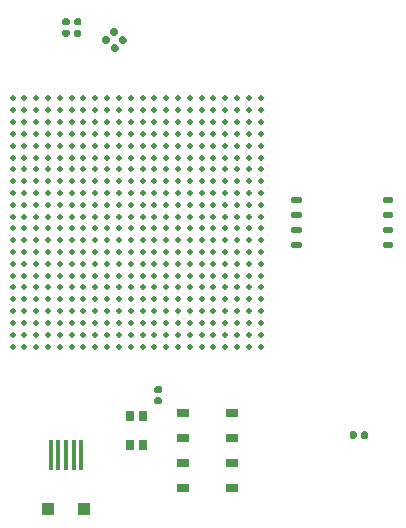
<source format=gbr>
G04 #@! TF.GenerationSoftware,KiCad,Pcbnew,5.1.6-c6e7f7d~87~ubuntu20.04.1*
G04 #@! TF.CreationDate,2020-09-05T21:21:54-07:00*
G04 #@! TF.ProjectId,artix7-pcie-v2,61727469-7837-42d7-9063-69652d76322e,rev?*
G04 #@! TF.SameCoordinates,PX69f4060PY6b00940*
G04 #@! TF.FileFunction,Paste,Top*
G04 #@! TF.FilePolarity,Positive*
%FSLAX46Y46*%
G04 Gerber Fmt 4.6, Leading zero omitted, Abs format (unit mm)*
G04 Created by KiCad (PCBNEW 5.1.6-c6e7f7d~87~ubuntu20.04.1) date 2020-09-05 21:21:54*
%MOMM*%
%LPD*%
G01*
G04 APERTURE LIST*
%ADD10R,1.050000X0.650000*%
%ADD11R,1.100000X1.100000*%
%ADD12R,0.400000X2.650000*%
%ADD13C,0.500000*%
%ADD14R,0.750000X0.850000*%
G04 APERTURE END LIST*
G36*
G01*
X48990000Y7217500D02*
X48990000Y7562500D01*
G75*
G02*
X49137500Y7710000I147500J0D01*
G01*
X49432500Y7710000D01*
G75*
G02*
X49580000Y7562500I0J-147500D01*
G01*
X49580000Y7217500D01*
G75*
G02*
X49432500Y7070000I-147500J0D01*
G01*
X49137500Y7070000D01*
G75*
G02*
X48990000Y7217500I0J147500D01*
G01*
G37*
G36*
G01*
X48020000Y7217500D02*
X48020000Y7562500D01*
G75*
G02*
X48167500Y7710000I147500J0D01*
G01*
X48462500Y7710000D01*
G75*
G02*
X48610000Y7562500I0J-147500D01*
G01*
X48610000Y7217500D01*
G75*
G02*
X48462500Y7070000I-147500J0D01*
G01*
X48167500Y7070000D01*
G75*
G02*
X48020000Y7217500I0J147500D01*
G01*
G37*
G36*
G01*
X31972500Y10955000D02*
X31627500Y10955000D01*
G75*
G02*
X31480000Y11102500I0J147500D01*
G01*
X31480000Y11397500D01*
G75*
G02*
X31627500Y11545000I147500J0D01*
G01*
X31972500Y11545000D01*
G75*
G02*
X32120000Y11397500I0J-147500D01*
G01*
X32120000Y11102500D01*
G75*
G02*
X31972500Y10955000I-147500J0D01*
G01*
G37*
G36*
G01*
X31972500Y9985000D02*
X31627500Y9985000D01*
G75*
G02*
X31480000Y10132500I0J147500D01*
G01*
X31480000Y10427500D01*
G75*
G02*
X31627500Y10575000I147500J0D01*
G01*
X31972500Y10575000D01*
G75*
G02*
X32120000Y10427500I0J-147500D01*
G01*
X32120000Y10132500D01*
G75*
G02*
X31972500Y9985000I-147500J0D01*
G01*
G37*
D10*
X38040000Y2875000D03*
X38065000Y5025000D03*
X33915000Y2875000D03*
X33915000Y5025000D03*
X38050000Y7125000D03*
X38075000Y9275000D03*
X33925000Y7125000D03*
X33925000Y9275000D03*
D11*
X22500000Y1140000D03*
X25500000Y1140000D03*
D12*
X24000000Y5700000D03*
X23350000Y5700000D03*
X22700000Y5700000D03*
X24650000Y5700000D03*
X25300000Y5700000D03*
G36*
G01*
X28006326Y41202375D02*
X27762375Y41446327D01*
G75*
G02*
X27762375Y41654923I104298J104298D01*
G01*
X27970971Y41863519D01*
G75*
G02*
X28179567Y41863519I104298J-104298D01*
G01*
X28423519Y41619567D01*
G75*
G02*
X28423519Y41410971I-104298J-104298D01*
G01*
X28214923Y41202375D01*
G75*
G02*
X28006327Y41202375I-104298J104298D01*
G01*
G37*
G36*
G01*
X27320432Y40516481D02*
X27076481Y40760433D01*
G75*
G02*
X27076481Y40969029I104298J104298D01*
G01*
X27285077Y41177625D01*
G75*
G02*
X27493673Y41177625I104298J-104298D01*
G01*
X27737625Y40933673D01*
G75*
G02*
X27737625Y40725077I-104298J-104298D01*
G01*
X27529029Y40516481D01*
G75*
G02*
X27320433Y40516481I-104298J104298D01*
G01*
G37*
G36*
G01*
X28756326Y40502375D02*
X28512375Y40746327D01*
G75*
G02*
X28512375Y40954923I104298J104298D01*
G01*
X28720971Y41163519D01*
G75*
G02*
X28929567Y41163519I104298J-104298D01*
G01*
X29173519Y40919567D01*
G75*
G02*
X29173519Y40710971I-104298J-104298D01*
G01*
X28964923Y40502375D01*
G75*
G02*
X28756327Y40502375I-104298J104298D01*
G01*
G37*
G36*
G01*
X28070432Y39816481D02*
X27826481Y40060433D01*
G75*
G02*
X27826481Y40269029I104298J104298D01*
G01*
X28035077Y40477625D01*
G75*
G02*
X28243673Y40477625I104298J-104298D01*
G01*
X28487625Y40233673D01*
G75*
G02*
X28487625Y40025077I-104298J-104298D01*
G01*
X28279029Y39816481D01*
G75*
G02*
X28070433Y39816481I-104298J104298D01*
G01*
G37*
D13*
X40490000Y14890000D03*
X39490000Y14890000D03*
X38490000Y14890000D03*
X37490000Y14890000D03*
X36490000Y14890000D03*
X35490000Y14890000D03*
X34490000Y14890000D03*
X33490000Y14890000D03*
X32490000Y14890000D03*
X31490000Y14890000D03*
X30490000Y14890000D03*
X29490000Y14890000D03*
X28490000Y14890000D03*
X27490000Y14890000D03*
X26490000Y14890000D03*
X25490000Y14890000D03*
X24490000Y14890000D03*
X23490000Y14890000D03*
X22490000Y14890000D03*
X21490000Y14890000D03*
X20490000Y14890000D03*
X19490000Y14890000D03*
X40490000Y15890000D03*
X39490000Y15890000D03*
X38490000Y15890000D03*
X37490000Y15890000D03*
X36490000Y15890000D03*
X35490000Y15890000D03*
X34490000Y15890000D03*
X33490000Y15890000D03*
X32490000Y15890000D03*
X31490000Y15890000D03*
X30490000Y15890000D03*
X29490000Y15890000D03*
X28490000Y15890000D03*
X27490000Y15890000D03*
X26490000Y15890000D03*
X25490000Y15890000D03*
X24490000Y15890000D03*
X23490000Y15890000D03*
X22490000Y15890000D03*
X21490000Y15890000D03*
X20490000Y15890000D03*
X19490000Y15890000D03*
X40490000Y16890000D03*
X39490000Y16890000D03*
X38490000Y16890000D03*
X37490000Y16890000D03*
X36490000Y16890000D03*
X35490000Y16890000D03*
X34490000Y16890000D03*
X33490000Y16890000D03*
X32490000Y16890000D03*
X31490000Y16890000D03*
X30490000Y16890000D03*
X29490000Y16890000D03*
X28490000Y16890000D03*
X27490000Y16890000D03*
X26490000Y16890000D03*
X25490000Y16890000D03*
X24490000Y16890000D03*
X23490000Y16890000D03*
X22490000Y16890000D03*
X21490000Y16890000D03*
X20490000Y16890000D03*
X19490000Y16890000D03*
X40490000Y17890000D03*
X39490000Y17890000D03*
X38490000Y17890000D03*
X37490000Y17890000D03*
X36490000Y17890000D03*
X35490000Y17890000D03*
X34490000Y17890000D03*
X33490000Y17890000D03*
X32490000Y17890000D03*
X31490000Y17890000D03*
X30490000Y17890000D03*
X29490000Y17890000D03*
X28490000Y17890000D03*
X27490000Y17890000D03*
X26490000Y17890000D03*
X25490000Y17890000D03*
X24490000Y17890000D03*
X23490000Y17890000D03*
X22490000Y17890000D03*
X21490000Y17890000D03*
X20490000Y17890000D03*
X19490000Y17890000D03*
X40490000Y18890000D03*
X39490000Y18890000D03*
X38490000Y18890000D03*
X37490000Y18890000D03*
X36490000Y18890000D03*
X35490000Y18890000D03*
X34490000Y18890000D03*
X33490000Y18890000D03*
X32490000Y18890000D03*
X31490000Y18890000D03*
X30490000Y18890000D03*
X29490000Y18890000D03*
X28490000Y18890000D03*
X27490000Y18890000D03*
X26490000Y18890000D03*
X25490000Y18890000D03*
X24490000Y18890000D03*
X23490000Y18890000D03*
X22490000Y18890000D03*
X21490000Y18890000D03*
X20490000Y18890000D03*
X19490000Y18890000D03*
X40490000Y19890000D03*
X39490000Y19890000D03*
X38490000Y19890000D03*
X37490000Y19890000D03*
X36490000Y19890000D03*
X35490000Y19890000D03*
X34490000Y19890000D03*
X33490000Y19890000D03*
X32490000Y19890000D03*
X31490000Y19890000D03*
X30490000Y19890000D03*
X29490000Y19890000D03*
X28490000Y19890000D03*
X27490000Y19890000D03*
X26490000Y19890000D03*
X25490000Y19890000D03*
X24490000Y19890000D03*
X23490000Y19890000D03*
X22490000Y19890000D03*
X21490000Y19890000D03*
X20490000Y19890000D03*
X19490000Y19890000D03*
X40490000Y20890000D03*
X39490000Y20890000D03*
X38490000Y20890000D03*
X37490000Y20890000D03*
X36490000Y20890000D03*
X35490000Y20890000D03*
X34490000Y20890000D03*
X33490000Y20890000D03*
X32490000Y20890000D03*
X31490000Y20890000D03*
X30490000Y20890000D03*
X29490000Y20890000D03*
X28490000Y20890000D03*
X27490000Y20890000D03*
X26490000Y20890000D03*
X25490000Y20890000D03*
X24490000Y20890000D03*
X23490000Y20890000D03*
X22490000Y20890000D03*
X21490000Y20890000D03*
X20490000Y20890000D03*
X19490000Y20890000D03*
X40490000Y21890000D03*
X39490000Y21890000D03*
X38490000Y21890000D03*
X37490000Y21890000D03*
X36490000Y21890000D03*
X35490000Y21890000D03*
X34490000Y21890000D03*
X33490000Y21890000D03*
X32490000Y21890000D03*
X31490000Y21890000D03*
X30490000Y21890000D03*
X29490000Y21890000D03*
X28490000Y21890000D03*
X27490000Y21890000D03*
X26490000Y21890000D03*
X25490000Y21890000D03*
X24490000Y21890000D03*
X23490000Y21890000D03*
X22490000Y21890000D03*
X21490000Y21890000D03*
X20490000Y21890000D03*
X19490000Y21890000D03*
X40490000Y22890000D03*
X39490000Y22890000D03*
X38490000Y22890000D03*
X37490000Y22890000D03*
X36490000Y22890000D03*
X35490000Y22890000D03*
X34490000Y22890000D03*
X33490000Y22890000D03*
X32490000Y22890000D03*
X31490000Y22890000D03*
X30490000Y22890000D03*
X29490000Y22890000D03*
X28490000Y22890000D03*
X27490000Y22890000D03*
X26490000Y22890000D03*
X25490000Y22890000D03*
X24490000Y22890000D03*
X23490000Y22890000D03*
X22490000Y22890000D03*
X21490000Y22890000D03*
X20490000Y22890000D03*
X19490000Y22890000D03*
X40490000Y23890000D03*
X39490000Y23890000D03*
X38490000Y23890000D03*
X37490000Y23890000D03*
X36490000Y23890000D03*
X35490000Y23890000D03*
X34490000Y23890000D03*
X33490000Y23890000D03*
X32490000Y23890000D03*
X31490000Y23890000D03*
X30490000Y23890000D03*
X29490000Y23890000D03*
X28490000Y23890000D03*
X27490000Y23890000D03*
X26490000Y23890000D03*
X25490000Y23890000D03*
X24490000Y23890000D03*
X23490000Y23890000D03*
X22490000Y23890000D03*
X21490000Y23890000D03*
X20490000Y23890000D03*
X19490000Y23890000D03*
X40490000Y24890000D03*
X39490000Y24890000D03*
X38490000Y24890000D03*
X37490000Y24890000D03*
X36490000Y24890000D03*
X35490000Y24890000D03*
X34490000Y24890000D03*
X33490000Y24890000D03*
X32490000Y24890000D03*
X31490000Y24890000D03*
X30490000Y24890000D03*
X29490000Y24890000D03*
X28490000Y24890000D03*
X27490000Y24890000D03*
X26490000Y24890000D03*
X25490000Y24890000D03*
X24490000Y24890000D03*
X23490000Y24890000D03*
X22490000Y24890000D03*
X21490000Y24890000D03*
X20490000Y24890000D03*
X19490000Y24890000D03*
X40490000Y25890000D03*
X39490000Y25890000D03*
X38490000Y25890000D03*
X37490000Y25890000D03*
X36490000Y25890000D03*
X35490000Y25890000D03*
X34490000Y25890000D03*
X33490000Y25890000D03*
X32490000Y25890000D03*
X31490000Y25890000D03*
X30490000Y25890000D03*
X29490000Y25890000D03*
X28490000Y25890000D03*
X27490000Y25890000D03*
X26490000Y25890000D03*
X25490000Y25890000D03*
X24490000Y25890000D03*
X23490000Y25890000D03*
X22490000Y25890000D03*
X21490000Y25890000D03*
X20490000Y25890000D03*
X19490000Y25890000D03*
X40490000Y26890000D03*
X39490000Y26890000D03*
X38490000Y26890000D03*
X37490000Y26890000D03*
X36490000Y26890000D03*
X35490000Y26890000D03*
X34490000Y26890000D03*
X33490000Y26890000D03*
X32490000Y26890000D03*
X31490000Y26890000D03*
X30490000Y26890000D03*
X29490000Y26890000D03*
X28490000Y26890000D03*
X27490000Y26890000D03*
X26490000Y26890000D03*
X25490000Y26890000D03*
X24490000Y26890000D03*
X23490000Y26890000D03*
X22490000Y26890000D03*
X21490000Y26890000D03*
X20490000Y26890000D03*
X19490000Y26890000D03*
X40490000Y27890000D03*
X39490000Y27890000D03*
X38490000Y27890000D03*
X37490000Y27890000D03*
X36490000Y27890000D03*
X35490000Y27890000D03*
X34490000Y27890000D03*
X33490000Y27890000D03*
X32490000Y27890000D03*
X31490000Y27890000D03*
X30490000Y27890000D03*
X29490000Y27890000D03*
X28490000Y27890000D03*
X27490000Y27890000D03*
X26490000Y27890000D03*
X25490000Y27890000D03*
X24490000Y27890000D03*
X23490000Y27890000D03*
X22490000Y27890000D03*
X21490000Y27890000D03*
X20490000Y27890000D03*
X19490000Y27890000D03*
X40490000Y28890000D03*
X39490000Y28890000D03*
X38490000Y28890000D03*
X37490000Y28890000D03*
X36490000Y28890000D03*
X35490000Y28890000D03*
X34490000Y28890000D03*
X33490000Y28890000D03*
X32490000Y28890000D03*
X31490000Y28890000D03*
X30490000Y28890000D03*
X29490000Y28890000D03*
X28490000Y28890000D03*
X27490000Y28890000D03*
X26490000Y28890000D03*
X25490000Y28890000D03*
X24490000Y28890000D03*
X23490000Y28890000D03*
X22490000Y28890000D03*
X21490000Y28890000D03*
X20490000Y28890000D03*
X19490000Y28890000D03*
X40490000Y29890000D03*
X39490000Y29890000D03*
X38490000Y29890000D03*
X37490000Y29890000D03*
X36490000Y29890000D03*
X35490000Y29890000D03*
X34490000Y29890000D03*
X33490000Y29890000D03*
X32490000Y29890000D03*
X31490000Y29890000D03*
X30490000Y29890000D03*
X29490000Y29890000D03*
X28490000Y29890000D03*
X27490000Y29890000D03*
X26490000Y29890000D03*
X25490000Y29890000D03*
X24490000Y29890000D03*
X23490000Y29890000D03*
X22490000Y29890000D03*
X21490000Y29890000D03*
X20490000Y29890000D03*
X19490000Y29890000D03*
X40490000Y30890000D03*
X39490000Y30890000D03*
X38490000Y30890000D03*
X37490000Y30890000D03*
X36490000Y30890000D03*
X35490000Y30890000D03*
X34490000Y30890000D03*
X33490000Y30890000D03*
X32490000Y30890000D03*
X31490000Y30890000D03*
X30490000Y30890000D03*
X29490000Y30890000D03*
X28490000Y30890000D03*
X27490000Y30890000D03*
X26490000Y30890000D03*
X25490000Y30890000D03*
X24490000Y30890000D03*
X23490000Y30890000D03*
X22490000Y30890000D03*
X21490000Y30890000D03*
X20490000Y30890000D03*
X19490000Y30890000D03*
X40490000Y31890000D03*
X39490000Y31890000D03*
X38490000Y31890000D03*
X37490000Y31890000D03*
X36490000Y31890000D03*
X35490000Y31890000D03*
X34490000Y31890000D03*
X33490000Y31890000D03*
X32490000Y31890000D03*
X31490000Y31890000D03*
X30490000Y31890000D03*
X29490000Y31890000D03*
X28490000Y31890000D03*
X27490000Y31890000D03*
X26490000Y31890000D03*
X25490000Y31890000D03*
X24490000Y31890000D03*
X23490000Y31890000D03*
X22490000Y31890000D03*
X21490000Y31890000D03*
X20490000Y31890000D03*
X19490000Y31890000D03*
X40490000Y32890000D03*
X39490000Y32890000D03*
X38490000Y32890000D03*
X37490000Y32890000D03*
X36490000Y32890000D03*
X35490000Y32890000D03*
X34490000Y32890000D03*
X33490000Y32890000D03*
X32490000Y32890000D03*
X31490000Y32890000D03*
X30490000Y32890000D03*
X29490000Y32890000D03*
X28490000Y32890000D03*
X27490000Y32890000D03*
X26490000Y32890000D03*
X25490000Y32890000D03*
X24490000Y32890000D03*
X23490000Y32890000D03*
X22490000Y32890000D03*
X21490000Y32890000D03*
X20490000Y32890000D03*
X19490000Y32890000D03*
X40490000Y33890000D03*
X39490000Y33890000D03*
X38490000Y33890000D03*
X37490000Y33890000D03*
X36490000Y33890000D03*
X35490000Y33890000D03*
X34490000Y33890000D03*
X33490000Y33890000D03*
X32490000Y33890000D03*
X31490000Y33890000D03*
X30490000Y33890000D03*
X29490000Y33890000D03*
X28490000Y33890000D03*
X27490000Y33890000D03*
X26490000Y33890000D03*
X25490000Y33890000D03*
X24490000Y33890000D03*
X23490000Y33890000D03*
X22490000Y33890000D03*
X21490000Y33890000D03*
X20490000Y33890000D03*
X19490000Y33890000D03*
X40490000Y34890000D03*
X39490000Y34890000D03*
X38490000Y34890000D03*
X37490000Y34890000D03*
X36490000Y34890000D03*
X35490000Y34890000D03*
X34490000Y34890000D03*
X33490000Y34890000D03*
X32490000Y34890000D03*
X31490000Y34890000D03*
X30490000Y34890000D03*
X29490000Y34890000D03*
X28490000Y34890000D03*
X27490000Y34890000D03*
X26490000Y34890000D03*
X25490000Y34890000D03*
X24490000Y34890000D03*
X23490000Y34890000D03*
X22490000Y34890000D03*
X21490000Y34890000D03*
X20490000Y34890000D03*
X19490000Y34890000D03*
X40490000Y35890000D03*
X39490000Y35890000D03*
X38490000Y35890000D03*
X37490000Y35890000D03*
X36490000Y35890000D03*
X35490000Y35890000D03*
X34490000Y35890000D03*
X33490000Y35890000D03*
X32490000Y35890000D03*
X31490000Y35890000D03*
X30490000Y35890000D03*
X29490000Y35890000D03*
X28490000Y35890000D03*
X27490000Y35890000D03*
X26490000Y35890000D03*
X25490000Y35890000D03*
X24490000Y35890000D03*
X23490000Y35890000D03*
X22490000Y35890000D03*
X21490000Y35890000D03*
X20490000Y35890000D03*
X19490000Y35890000D03*
G36*
G01*
X50812500Y27170000D02*
X50812500Y27420000D01*
G75*
G02*
X50937500Y27545000I125000J0D01*
G01*
X51587500Y27545000D01*
G75*
G02*
X51712500Y27420000I0J-125000D01*
G01*
X51712500Y27170000D01*
G75*
G02*
X51587500Y27045000I-125000J0D01*
G01*
X50937500Y27045000D01*
G75*
G02*
X50812500Y27170000I0J125000D01*
G01*
G37*
G36*
G01*
X50812500Y25900000D02*
X50812500Y26150000D01*
G75*
G02*
X50937500Y26275000I125000J0D01*
G01*
X51587500Y26275000D01*
G75*
G02*
X51712500Y26150000I0J-125000D01*
G01*
X51712500Y25900000D01*
G75*
G02*
X51587500Y25775000I-125000J0D01*
G01*
X50937500Y25775000D01*
G75*
G02*
X50812500Y25900000I0J125000D01*
G01*
G37*
G36*
G01*
X50812500Y24630000D02*
X50812500Y24880000D01*
G75*
G02*
X50937500Y25005000I125000J0D01*
G01*
X51587500Y25005000D01*
G75*
G02*
X51712500Y24880000I0J-125000D01*
G01*
X51712500Y24630000D01*
G75*
G02*
X51587500Y24505000I-125000J0D01*
G01*
X50937500Y24505000D01*
G75*
G02*
X50812500Y24630000I0J125000D01*
G01*
G37*
G36*
G01*
X50812500Y23360000D02*
X50812500Y23610000D01*
G75*
G02*
X50937500Y23735000I125000J0D01*
G01*
X51587500Y23735000D01*
G75*
G02*
X51712500Y23610000I0J-125000D01*
G01*
X51712500Y23360000D01*
G75*
G02*
X51587500Y23235000I-125000J0D01*
G01*
X50937500Y23235000D01*
G75*
G02*
X50812500Y23360000I0J125000D01*
G01*
G37*
G36*
G01*
X43087500Y23360000D02*
X43087500Y23610000D01*
G75*
G02*
X43212500Y23735000I125000J0D01*
G01*
X43862500Y23735000D01*
G75*
G02*
X43987500Y23610000I0J-125000D01*
G01*
X43987500Y23360000D01*
G75*
G02*
X43862500Y23235000I-125000J0D01*
G01*
X43212500Y23235000D01*
G75*
G02*
X43087500Y23360000I0J125000D01*
G01*
G37*
G36*
G01*
X43087500Y24630000D02*
X43087500Y24880000D01*
G75*
G02*
X43212500Y25005000I125000J0D01*
G01*
X43862500Y25005000D01*
G75*
G02*
X43987500Y24880000I0J-125000D01*
G01*
X43987500Y24630000D01*
G75*
G02*
X43862500Y24505000I-125000J0D01*
G01*
X43212500Y24505000D01*
G75*
G02*
X43087500Y24630000I0J125000D01*
G01*
G37*
G36*
G01*
X43087500Y25900000D02*
X43087500Y26150000D01*
G75*
G02*
X43212500Y26275000I125000J0D01*
G01*
X43862500Y26275000D01*
G75*
G02*
X43987500Y26150000I0J-125000D01*
G01*
X43987500Y25900000D01*
G75*
G02*
X43862500Y25775000I-125000J0D01*
G01*
X43212500Y25775000D01*
G75*
G02*
X43087500Y25900000I0J125000D01*
G01*
G37*
G36*
G01*
X43087500Y27170000D02*
X43087500Y27420000D01*
G75*
G02*
X43212500Y27545000I125000J0D01*
G01*
X43862500Y27545000D01*
G75*
G02*
X43987500Y27420000I0J-125000D01*
G01*
X43987500Y27170000D01*
G75*
G02*
X43862500Y27045000I-125000J0D01*
G01*
X43212500Y27045000D01*
G75*
G02*
X43087500Y27170000I0J125000D01*
G01*
G37*
D14*
X30515000Y6525000D03*
X29465000Y6525000D03*
X29465000Y8975000D03*
X30515000Y8975000D03*
G36*
G01*
X24172500Y42080000D02*
X23827500Y42080000D01*
G75*
G02*
X23680000Y42227500I0J147500D01*
G01*
X23680000Y42522500D01*
G75*
G02*
X23827500Y42670000I147500J0D01*
G01*
X24172500Y42670000D01*
G75*
G02*
X24320000Y42522500I0J-147500D01*
G01*
X24320000Y42227500D01*
G75*
G02*
X24172500Y42080000I-147500J0D01*
G01*
G37*
G36*
G01*
X24172500Y41110000D02*
X23827500Y41110000D01*
G75*
G02*
X23680000Y41257500I0J147500D01*
G01*
X23680000Y41552500D01*
G75*
G02*
X23827500Y41700000I147500J0D01*
G01*
X24172500Y41700000D01*
G75*
G02*
X24320000Y41552500I0J-147500D01*
G01*
X24320000Y41257500D01*
G75*
G02*
X24172500Y41110000I-147500J0D01*
G01*
G37*
G36*
G01*
X25172500Y42080000D02*
X24827500Y42080000D01*
G75*
G02*
X24680000Y42227500I0J147500D01*
G01*
X24680000Y42522500D01*
G75*
G02*
X24827500Y42670000I147500J0D01*
G01*
X25172500Y42670000D01*
G75*
G02*
X25320000Y42522500I0J-147500D01*
G01*
X25320000Y42227500D01*
G75*
G02*
X25172500Y42080000I-147500J0D01*
G01*
G37*
G36*
G01*
X25172500Y41110000D02*
X24827500Y41110000D01*
G75*
G02*
X24680000Y41257500I0J147500D01*
G01*
X24680000Y41552500D01*
G75*
G02*
X24827500Y41700000I147500J0D01*
G01*
X25172500Y41700000D01*
G75*
G02*
X25320000Y41552500I0J-147500D01*
G01*
X25320000Y41257500D01*
G75*
G02*
X25172500Y41110000I-147500J0D01*
G01*
G37*
M02*

</source>
